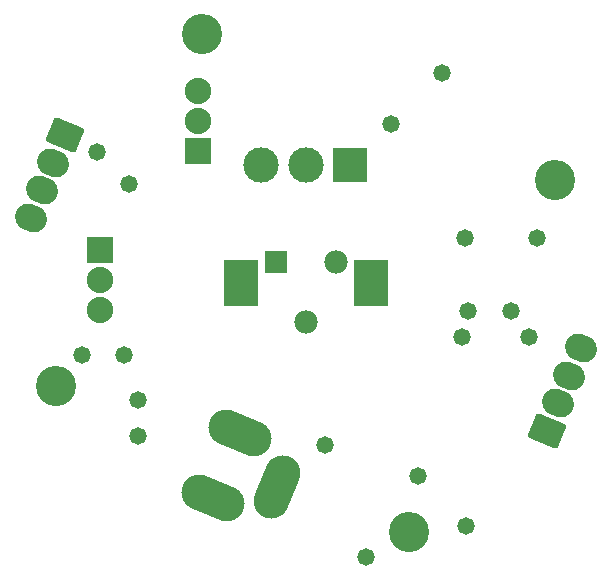
<source format=gbs>
G04 Layer_Color=16711935*
%FSLAX25Y25*%
%MOIN*%
G70*
G01*
G75*
%ADD55C,0.08800*%
%ADD56R,0.08800X0.08800*%
G04:AMPARAMS|DCode=57|XSize=218mil|YSize=118mil|CornerRadius=0mil|HoleSize=0mil|Usage=FLASHONLY|Rotation=157.500|XOffset=0mil|YOffset=0mil|HoleType=Round|Shape=Round|*
%AMOVALD57*
21,1,0.10000,0.11800,0.00000,0.00000,157.5*
1,1,0.11800,0.04619,-0.01913*
1,1,0.11800,-0.04619,0.01913*
%
%ADD57OVALD57*%

G04:AMPARAMS|DCode=58|XSize=218mil|YSize=118mil|CornerRadius=0mil|HoleSize=0mil|Usage=FLASHONLY|Rotation=67.500|XOffset=0mil|YOffset=0mil|HoleType=Round|Shape=Round|*
%AMOVALD58*
21,1,0.10000,0.11800,0.00000,0.00000,67.5*
1,1,0.11800,-0.01913,-0.04619*
1,1,0.11800,0.01913,0.04619*
%
%ADD58OVALD58*%

G04:AMPARAMS|DCode=59|XSize=88mil|YSize=108mil|CornerRadius=0mil|HoleSize=0mil|Usage=FLASHONLY|Rotation=67.500|XOffset=0mil|YOffset=0mil|HoleType=Round|Shape=Round|*
%AMOVALD59*
21,1,0.02000,0.08800,0.00000,0.00000,157.5*
1,1,0.08800,0.00924,-0.00383*
1,1,0.08800,-0.00924,0.00383*
%
%ADD59OVALD59*%

G04:AMPARAMS|DCode=60|XSize=88mil|YSize=108mil|CornerRadius=6.4mil|HoleSize=0mil|Usage=FLASHONLY|Rotation=67.500|XOffset=0mil|YOffset=0mil|HoleType=Round|Shape=RoundedRectangle|*
%AMROUNDEDRECTD60*
21,1,0.08800,0.09520,0,0,67.5*
21,1,0.07520,0.10800,0,0,67.5*
1,1,0.01280,0.05837,0.01652*
1,1,0.01280,0.02959,-0.05295*
1,1,0.01280,-0.05837,-0.01652*
1,1,0.01280,-0.02959,0.05295*
%
%ADD60ROUNDEDRECTD60*%
%ADD61R,0.11800X0.11800*%
%ADD62C,0.11800*%
%ADD63R,0.11800X0.15800*%
%ADD64C,0.07800*%
%ADD65R,0.07800X0.07800*%
%ADD66C,0.13398*%
%ADD67C,0.05800*%
D55*
X308500Y357500D02*
D03*
Y347500D02*
D03*
X276000Y284500D02*
D03*
Y294500D02*
D03*
D56*
X308500Y337500D02*
D03*
X276000Y304500D02*
D03*
D57*
X313460Y221676D02*
D03*
X322500Y243500D02*
D03*
D58*
X335075Y225507D02*
D03*
D59*
X436240Y271858D02*
D03*
X432413Y262619D02*
D03*
X428587Y253381D02*
D03*
X252760Y315142D02*
D03*
X256587Y324381D02*
D03*
X260413Y333619D02*
D03*
D60*
X424760Y244142D02*
D03*
X264240Y342858D02*
D03*
D61*
X359264Y332870D02*
D03*
D62*
X344500D02*
D03*
X329736D02*
D03*
D63*
X366154Y293500D02*
D03*
X322847D02*
D03*
D64*
X354500Y300363D02*
D03*
X344500Y280363D02*
D03*
D65*
X334500Y300363D02*
D03*
D66*
X310058Y376649D02*
D03*
X427649Y327941D02*
D03*
X261351Y259058D02*
D03*
X378941Y210351D02*
D03*
D67*
X288500Y254500D02*
D03*
Y242500D02*
D03*
X396500Y275500D02*
D03*
X351000Y239500D02*
D03*
X364500Y202000D02*
D03*
X382000Y229000D02*
D03*
X398000Y212500D02*
D03*
X398500Y284000D02*
D03*
X413000D02*
D03*
X285500Y326500D02*
D03*
X275000Y337000D02*
D03*
X284000Y269500D02*
D03*
X270000D02*
D03*
X421500Y308500D02*
D03*
X397500D02*
D03*
X390000Y363500D02*
D03*
X373000Y346500D02*
D03*
X419000Y275500D02*
D03*
M02*

</source>
